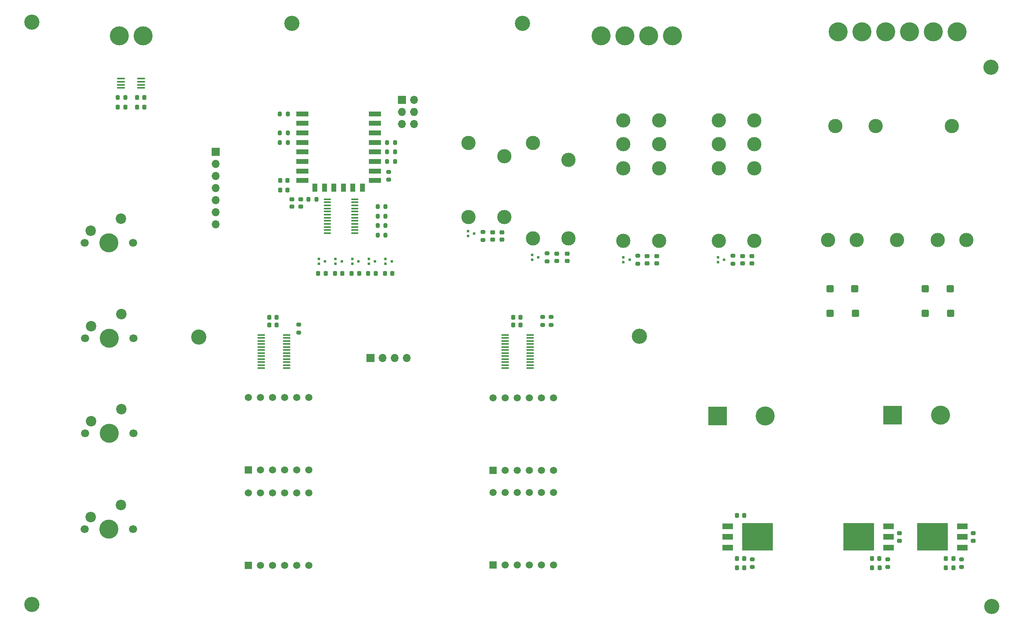
<source format=gbr>
%TF.GenerationSoftware,KiCad,Pcbnew,(6.0.9)*%
%TF.CreationDate,2022-12-30T23:11:11-05:00*%
%TF.ProjectId,reflow,7265666c-6f77-42e6-9b69-6361645f7063,rev?*%
%TF.SameCoordinates,Original*%
%TF.FileFunction,Soldermask,Top*%
%TF.FilePolarity,Negative*%
%FSLAX46Y46*%
G04 Gerber Fmt 4.6, Leading zero omitted, Abs format (unit mm)*
G04 Created by KiCad (PCBNEW (6.0.9)) date 2022-12-30 23:11:11*
%MOMM*%
%LPD*%
G01*
G04 APERTURE LIST*
G04 Aperture macros list*
%AMRoundRect*
0 Rectangle with rounded corners*
0 $1 Rounding radius*
0 $2 $3 $4 $5 $6 $7 $8 $9 X,Y pos of 4 corners*
0 Add a 4 corners polygon primitive as box body*
4,1,4,$2,$3,$4,$5,$6,$7,$8,$9,$2,$3,0*
0 Add four circle primitives for the rounded corners*
1,1,$1+$1,$2,$3*
1,1,$1+$1,$4,$5*
1,1,$1+$1,$6,$7*
1,1,$1+$1,$8,$9*
0 Add four rect primitives between the rounded corners*
20,1,$1+$1,$2,$3,$4,$5,0*
20,1,$1+$1,$4,$5,$6,$7,0*
20,1,$1+$1,$6,$7,$8,$9,0*
20,1,$1+$1,$8,$9,$2,$3,0*%
G04 Aperture macros list end*
%ADD10C,4.000000*%
%ADD11C,3.200000*%
%ADD12R,1.700000X1.700000*%
%ADD13O,1.700000X1.700000*%
%ADD14R,1.500000X1.500000*%
%ADD15C,1.500000*%
%ADD16RoundRect,0.218750X0.256250X-0.218750X0.256250X0.218750X-0.256250X0.218750X-0.256250X-0.218750X0*%
%ADD17R,1.600000X0.410000*%
%ADD18RoundRect,0.218750X0.218750X0.256250X-0.218750X0.256250X-0.218750X-0.256250X0.218750X-0.256250X0*%
%ADD19RoundRect,0.200000X0.200000X0.275000X-0.200000X0.275000X-0.200000X-0.275000X0.200000X-0.275000X0*%
%ADD20RoundRect,0.200000X-0.275000X0.200000X-0.275000X-0.200000X0.275000X-0.200000X0.275000X0.200000X0*%
%ADD21R,0.600000X0.500000*%
%ADD22RoundRect,0.200000X0.275000X-0.200000X0.275000X0.200000X-0.275000X0.200000X-0.275000X-0.200000X0*%
%ADD23RoundRect,0.225000X-0.250000X0.225000X-0.250000X-0.225000X0.250000X-0.225000X0.250000X0.225000X0*%
%ADD24R,2.200000X1.200000*%
%ADD25R,6.400000X5.800000*%
%ADD26C,3.000000*%
%ADD27R,4.000000X4.000000*%
%ADD28RoundRect,0.225000X-0.225000X-0.250000X0.225000X-0.250000X0.225000X0.250000X-0.225000X0.250000X0*%
%ADD29RoundRect,0.100000X-0.637500X-0.100000X0.637500X-0.100000X0.637500X0.100000X-0.637500X0.100000X0*%
%ADD30R,2.500000X1.000000*%
%ADD31R,1.000000X1.800000*%
%ADD32RoundRect,0.225000X0.225000X0.250000X-0.225000X0.250000X-0.225000X-0.250000X0.225000X-0.250000X0*%
%ADD33C,1.700000*%
%ADD34C,2.200000*%
%ADD35RoundRect,0.200000X-0.200000X-0.275000X0.200000X-0.275000X0.200000X0.275000X-0.200000X0.275000X0*%
%ADD36RoundRect,0.100000X-0.712500X-0.100000X0.712500X-0.100000X0.712500X0.100000X-0.712500X0.100000X0*%
%ADD37RoundRect,0.400000X0.400000X0.400000X-0.400000X0.400000X-0.400000X-0.400000X0.400000X-0.400000X0*%
G04 APERTURE END LIST*
D10*
%TO.C,J2*%
X211100000Y-28600000D03*
X216100000Y-28600000D03*
X221100000Y-28600000D03*
X226100000Y-28600000D03*
X231100000Y-28600000D03*
X236100000Y-28600000D03*
%TD*%
D11*
%TO.C,H8*%
X243200000Y-36000000D03*
%TD*%
%TO.C,H7*%
X76800000Y-92800000D03*
%TD*%
%TO.C,H6*%
X41800000Y-26600000D03*
%TD*%
%TO.C,H5*%
X96400000Y-26800000D03*
%TD*%
%TO.C,H4*%
X41800000Y-149000000D03*
%TD*%
%TO.C,H3*%
X243400000Y-149400000D03*
%TD*%
%TO.C,H2*%
X144800000Y-26800000D03*
%TD*%
%TO.C,~*%
X169400000Y-92600000D03*
%TD*%
D12*
%TO.C,J6*%
X80400000Y-53800000D03*
D13*
X80400000Y-56340000D03*
X80400000Y-58880000D03*
X80400000Y-61420000D03*
X80400000Y-63960000D03*
X80400000Y-66500000D03*
X80400000Y-69040000D03*
%TD*%
D14*
%TO.C,U9*%
X87200000Y-120742500D03*
D15*
X89740000Y-120742500D03*
X92280000Y-120742500D03*
X94820000Y-120742500D03*
X97360000Y-120742500D03*
X99900000Y-120742500D03*
X99900000Y-105502500D03*
X97360000Y-105502500D03*
X94820000Y-105502500D03*
X92280000Y-105502500D03*
X89740000Y-105502500D03*
X87200000Y-105502500D03*
%TD*%
D14*
%TO.C,U10*%
X87200000Y-140800000D03*
D15*
X89740000Y-140800000D03*
X92280000Y-140800000D03*
X94820000Y-140800000D03*
X97360000Y-140800000D03*
X99900000Y-140800000D03*
X99900000Y-125560000D03*
X97360000Y-125560000D03*
X94820000Y-125560000D03*
X92280000Y-125560000D03*
X89740000Y-125560000D03*
X87200000Y-125560000D03*
%TD*%
D16*
%TO.C,D7*%
X140500000Y-72287500D03*
X140500000Y-70712500D03*
%TD*%
D17*
%TO.C,U7*%
X89945700Y-92307500D03*
X89945700Y-92942500D03*
X89945700Y-93577500D03*
X89945700Y-94212500D03*
X89945700Y-94847500D03*
X89945700Y-95482500D03*
X89945700Y-96117500D03*
X89945700Y-96752500D03*
X89945700Y-97387500D03*
X89945700Y-98022500D03*
X89945700Y-98657500D03*
X89945700Y-99292500D03*
X95254300Y-99292500D03*
X95254300Y-98657500D03*
X95254300Y-98022500D03*
X95254300Y-97387500D03*
X95254300Y-96752500D03*
X95254300Y-96117500D03*
X95254300Y-95482500D03*
X95254300Y-94847500D03*
X95254300Y-94212500D03*
X95254300Y-93577500D03*
X95254300Y-92942500D03*
X95254300Y-92307500D03*
%TD*%
D18*
%TO.C,D18*%
X103487500Y-79350000D03*
X101912500Y-79350000D03*
%TD*%
D19*
%TO.C,R17*%
X116025000Y-65350000D03*
X114375000Y-65350000D03*
%TD*%
D10*
%TO.C,J3*%
X60100000Y-29400000D03*
X65100000Y-29400000D03*
%TD*%
D18*
%TO.C,D15*%
X113987500Y-79350000D03*
X112412500Y-79350000D03*
%TD*%
D20*
%TO.C,R23*%
X150800000Y-88575000D03*
X150800000Y-90225000D03*
%TD*%
D21*
%TO.C,Q3*%
X146850000Y-75500000D03*
X146850000Y-76500000D03*
X148150000Y-76000000D03*
%TD*%
D22*
%TO.C,R15*%
X221500000Y-141125000D03*
X221500000Y-139475000D03*
%TD*%
D21*
%TO.C,Q6*%
X105550000Y-76350000D03*
X105550000Y-77350000D03*
X106850000Y-76850000D03*
%TD*%
D19*
%TO.C,R9*%
X118025000Y-53850000D03*
X116375000Y-53850000D03*
%TD*%
%TO.C,R11*%
X118025000Y-55850000D03*
X116375000Y-55850000D03*
%TD*%
D22*
%TO.C,R3*%
X150000000Y-76825000D03*
X150000000Y-75175000D03*
%TD*%
%TO.C,R2*%
X169000000Y-77325000D03*
X169000000Y-75675000D03*
%TD*%
D17*
%TO.C,U8*%
X141145700Y-92307500D03*
X141145700Y-92942500D03*
X141145700Y-93577500D03*
X141145700Y-94212500D03*
X141145700Y-94847500D03*
X141145700Y-95482500D03*
X141145700Y-96117500D03*
X141145700Y-96752500D03*
X141145700Y-97387500D03*
X141145700Y-98022500D03*
X141145700Y-98657500D03*
X141145700Y-99292500D03*
X146454300Y-99292500D03*
X146454300Y-98657500D03*
X146454300Y-98022500D03*
X146454300Y-97387500D03*
X146454300Y-96752500D03*
X146454300Y-96117500D03*
X146454300Y-95482500D03*
X146454300Y-94847500D03*
X146454300Y-94212500D03*
X146454300Y-93577500D03*
X146454300Y-92942500D03*
X146454300Y-92307500D03*
%TD*%
D21*
%TO.C,Q2*%
X166000000Y-76000000D03*
X166000000Y-77000000D03*
X167300000Y-76500000D03*
%TD*%
D23*
%TO.C,C14*%
X96400000Y-63825000D03*
X96400000Y-65375000D03*
%TD*%
D16*
%TO.C,D2*%
X173000000Y-77287500D03*
X173000000Y-75712500D03*
%TD*%
D21*
%TO.C,Q5*%
X112550000Y-76350000D03*
X112550000Y-77350000D03*
X113850000Y-76850000D03*
%TD*%
D16*
%TO.C,D1*%
X193000000Y-77287500D03*
X193000000Y-75712500D03*
%TD*%
D20*
%TO.C,R21*%
X149000000Y-88575000D03*
X149000000Y-90225000D03*
%TD*%
D24*
%TO.C,U5*%
X221700000Y-137080000D03*
D25*
X215400000Y-134800000D03*
D24*
X221700000Y-134800000D03*
X221700000Y-132520000D03*
%TD*%
D26*
%TO.C,K2*%
X166000000Y-72500000D03*
X166000000Y-57250000D03*
X166000000Y-52250000D03*
X166000000Y-47250000D03*
X173500000Y-47250000D03*
X173500000Y-52250000D03*
X173500000Y-57250000D03*
X173500000Y-72500000D03*
%TD*%
D27*
%TO.C,C7*%
X222569501Y-109200000D03*
D10*
X232569501Y-109200000D03*
%TD*%
D28*
%TO.C,C8*%
X189825000Y-130300000D03*
X191375000Y-130300000D03*
%TD*%
D16*
%TO.C,D5*%
X171000000Y-77287500D03*
X171000000Y-75712500D03*
%TD*%
D19*
%TO.C,R16*%
X101525000Y-63850000D03*
X99875000Y-63850000D03*
%TD*%
D28*
%TO.C,C1*%
X93925000Y-59850000D03*
X95475000Y-59850000D03*
%TD*%
D18*
%TO.C,D12*%
X235287500Y-141300000D03*
X233712500Y-141300000D03*
%TD*%
D23*
%TO.C,C9*%
X239500000Y-134025000D03*
X239500000Y-135575000D03*
%TD*%
D29*
%TO.C,U6*%
X103837500Y-63775000D03*
X103837500Y-64425000D03*
X103837500Y-65075000D03*
X103837500Y-65725000D03*
X103837500Y-66375000D03*
X103837500Y-67025000D03*
X103837500Y-67675000D03*
X103837500Y-68325000D03*
X103837500Y-68975000D03*
X103837500Y-69625000D03*
X103837500Y-70275000D03*
X103837500Y-70925000D03*
X109562500Y-70925000D03*
X109562500Y-70275000D03*
X109562500Y-69625000D03*
X109562500Y-68975000D03*
X109562500Y-68325000D03*
X109562500Y-67675000D03*
X109562500Y-67025000D03*
X109562500Y-66375000D03*
X109562500Y-65725000D03*
X109562500Y-65075000D03*
X109562500Y-64425000D03*
X109562500Y-63775000D03*
%TD*%
D30*
%TO.C,U1*%
X98600000Y-45850000D03*
X98600000Y-47850000D03*
X98600000Y-49850000D03*
X98600000Y-51850000D03*
X98600000Y-53850000D03*
X98600000Y-55850000D03*
X98600000Y-57850000D03*
X98600000Y-59850000D03*
D31*
X101200000Y-61350000D03*
X103200000Y-61350000D03*
X105200000Y-61350000D03*
X107200000Y-61350000D03*
X109200000Y-61350000D03*
X111200000Y-61350000D03*
D30*
X113800000Y-59850000D03*
X113800000Y-57850000D03*
X113800000Y-55850000D03*
X113800000Y-53850000D03*
X113800000Y-51850000D03*
X113800000Y-49850000D03*
X113800000Y-47850000D03*
X113800000Y-45850000D03*
%TD*%
D23*
%TO.C,C10*%
X224000000Y-134025000D03*
X224000000Y-135575000D03*
%TD*%
D22*
%TO.C,R14*%
X237000000Y-141125000D03*
X237000000Y-139475000D03*
%TD*%
D24*
%TO.C,U3*%
X187900000Y-137080000D03*
X187900000Y-134800000D03*
D25*
X194200000Y-134800000D03*
D24*
X187900000Y-132520000D03*
%TD*%
D19*
%TO.C,R8*%
X95525000Y-51850000D03*
X93875000Y-51850000D03*
%TD*%
%TO.C,R12*%
X118025000Y-51850000D03*
X116375000Y-51850000D03*
%TD*%
D21*
%TO.C,Q9*%
X102050000Y-76350000D03*
X102050000Y-77350000D03*
X103350000Y-76850000D03*
%TD*%
D32*
%TO.C,C18*%
X93175000Y-88600000D03*
X91625000Y-88600000D03*
%TD*%
D33*
%TO.C,SW1*%
X63080000Y-93000000D03*
X52920000Y-93000000D03*
D10*
X58000000Y-93000000D03*
D34*
X60540000Y-87920000D03*
X54190000Y-90460000D03*
%TD*%
D18*
%TO.C,D11*%
X189812500Y-141300000D03*
X191387500Y-141300000D03*
%TD*%
D26*
%TO.C,K4*%
X141000000Y-54750000D03*
X141000000Y-67500000D03*
X133500000Y-67500000D03*
X133500000Y-52000000D03*
%TD*%
D20*
%TO.C,R10*%
X116700000Y-58025000D03*
X116700000Y-59675000D03*
%TD*%
D12*
%TO.C,J1*%
X112860000Y-97200000D03*
D13*
X115400000Y-97200000D03*
X117940000Y-97200000D03*
X120480000Y-97200000D03*
%TD*%
D18*
%TO.C,D14*%
X110487500Y-79350000D03*
X108912500Y-79350000D03*
%TD*%
D26*
%TO.C,K3*%
X147000000Y-52000000D03*
X154500000Y-72000000D03*
X147000000Y-72000000D03*
X154500000Y-55500000D03*
%TD*%
D28*
%TO.C,C3*%
X59825000Y-44400000D03*
X61375000Y-44400000D03*
%TD*%
D33*
%TO.C,SW2*%
X52920000Y-113000000D03*
X63080000Y-113000000D03*
D10*
X58000000Y-113000000D03*
D34*
X60540000Y-107920000D03*
X54190000Y-110460000D03*
%TD*%
D22*
%TO.C,R4*%
X136500000Y-72325000D03*
X136500000Y-70675000D03*
%TD*%
D12*
%TO.C,J5*%
X119525000Y-42875000D03*
D13*
X122065000Y-42875000D03*
X119525000Y-45415000D03*
X122065000Y-45415000D03*
X119525000Y-47955000D03*
X122065000Y-47955000D03*
%TD*%
D14*
%TO.C,U12*%
X138600000Y-140700000D03*
D15*
X141140000Y-140700000D03*
X143680000Y-140700000D03*
X146220000Y-140700000D03*
X148760000Y-140700000D03*
X151300000Y-140700000D03*
X151300000Y-125460000D03*
X148760000Y-125460000D03*
X146220000Y-125460000D03*
X143680000Y-125460000D03*
X141140000Y-125460000D03*
X138600000Y-125460000D03*
%TD*%
D28*
%TO.C,C2*%
X93925000Y-61850000D03*
X95475000Y-61850000D03*
%TD*%
D16*
%TO.C,D3*%
X154200000Y-76787500D03*
X154200000Y-75212500D03*
%TD*%
D28*
%TO.C,C12*%
X233725000Y-139300000D03*
X235275000Y-139300000D03*
%TD*%
D26*
%TO.C,K1*%
X186000000Y-72500000D03*
X186000000Y-57250000D03*
X186000000Y-52250000D03*
X186000000Y-47250000D03*
X193500000Y-47250000D03*
X193500000Y-52250000D03*
X193500000Y-57250000D03*
X193500000Y-72500000D03*
%TD*%
D18*
%TO.C,D13*%
X219787500Y-141300000D03*
X218212500Y-141300000D03*
%TD*%
D24*
%TO.C,U4*%
X237200000Y-137080000D03*
X237200000Y-134800000D03*
D25*
X230900000Y-134800000D03*
D24*
X237200000Y-132520000D03*
%TD*%
D35*
%TO.C,R5*%
X93875000Y-49850000D03*
X95525000Y-49850000D03*
%TD*%
D27*
%TO.C,C6*%
X185769501Y-109400000D03*
D10*
X195769501Y-109400000D03*
%TD*%
D21*
%TO.C,Q8*%
X116050000Y-76350000D03*
X116050000Y-77350000D03*
X117350000Y-76850000D03*
%TD*%
D36*
%TO.C,U2*%
X60487500Y-38425000D03*
X60487500Y-39075000D03*
X60487500Y-39725000D03*
X60487500Y-40375000D03*
X64712500Y-40375000D03*
X64712500Y-39725000D03*
X64712500Y-39075000D03*
X64712500Y-38425000D03*
%TD*%
D19*
%TO.C,R19*%
X116025000Y-69350000D03*
X114375000Y-69350000D03*
%TD*%
D10*
%TO.C,SW4*%
X57940000Y-72920000D03*
D33*
X63020000Y-72920000D03*
X52860000Y-72920000D03*
D34*
X60480000Y-67840000D03*
X54130000Y-70380000D03*
%TD*%
D18*
%TO.C,D16*%
X117487500Y-79350000D03*
X115912500Y-79350000D03*
%TD*%
D32*
%TO.C,C16*%
X93175000Y-90200000D03*
X91625000Y-90200000D03*
%TD*%
D21*
%TO.C,Q4*%
X133350000Y-70500000D03*
X133350000Y-71500000D03*
X134650000Y-71000000D03*
%TD*%
D22*
%TO.C,R13*%
X193100000Y-139475000D03*
X193100000Y-141125000D03*
%TD*%
D28*
%TO.C,C13*%
X218225000Y-139300000D03*
X219775000Y-139300000D03*
%TD*%
%TO.C,C11*%
X191375000Y-139300000D03*
X189825000Y-139300000D03*
%TD*%
D21*
%TO.C,Q7*%
X109050000Y-76350000D03*
X109050000Y-77350000D03*
X110350000Y-76850000D03*
%TD*%
D14*
%TO.C,U11*%
X138600000Y-120800000D03*
D15*
X141140000Y-120800000D03*
X143680000Y-120800000D03*
X146220000Y-120800000D03*
X148760000Y-120800000D03*
X151300000Y-120800000D03*
X151300000Y-105560000D03*
X148760000Y-105560000D03*
X146220000Y-105560000D03*
X143680000Y-105560000D03*
X141140000Y-105560000D03*
X138600000Y-105560000D03*
%TD*%
D19*
%TO.C,R18*%
X116025000Y-67350000D03*
X114375000Y-67350000D03*
%TD*%
D28*
%TO.C,C5*%
X63825000Y-44400000D03*
X65375000Y-44400000D03*
%TD*%
D35*
%TO.C,R6*%
X93875000Y-45850000D03*
X95525000Y-45850000D03*
%TD*%
D20*
%TO.C,R22*%
X97800000Y-90175000D03*
X97800000Y-91825000D03*
%TD*%
D32*
%TO.C,C19*%
X144375000Y-88600000D03*
X142825000Y-88600000D03*
%TD*%
D26*
%TO.C,TRE1*%
X219000000Y-48400000D03*
X235000000Y-48400000D03*
X210500000Y-48400000D03*
X209000000Y-72400000D03*
X215000000Y-72400000D03*
X223500000Y-72400000D03*
X232000000Y-72400000D03*
X238000000Y-72400000D03*
%TD*%
D37*
%TO.C,D10*%
X229400000Y-87800000D03*
X234700000Y-87800000D03*
X229400000Y-82600000D03*
X234600000Y-82600000D03*
%TD*%
D28*
%TO.C,C4*%
X63825000Y-42400000D03*
X65375000Y-42400000D03*
%TD*%
D16*
%TO.C,D4*%
X191000000Y-77287500D03*
X191000000Y-75712500D03*
%TD*%
D35*
%TO.C,R7*%
X59775000Y-42400000D03*
X61425000Y-42400000D03*
%TD*%
D37*
%TO.C,D9*%
X209400000Y-87800000D03*
X214700000Y-87800000D03*
X209400000Y-82600000D03*
X214600000Y-82600000D03*
%TD*%
D23*
%TO.C,C15*%
X98200000Y-63825000D03*
X98200000Y-65375000D03*
%TD*%
D16*
%TO.C,D8*%
X138500000Y-72287500D03*
X138500000Y-70712500D03*
%TD*%
D22*
%TO.C,R1*%
X189000000Y-77325000D03*
X189000000Y-75675000D03*
%TD*%
D35*
%TO.C,R20*%
X114375000Y-71350000D03*
X116025000Y-71350000D03*
%TD*%
D16*
%TO.C,D6*%
X152000000Y-76787500D03*
X152000000Y-75212500D03*
%TD*%
D21*
%TO.C,Q1*%
X185850000Y-76000000D03*
X185850000Y-77000000D03*
X187150000Y-76500000D03*
%TD*%
D18*
%TO.C,D17*%
X106987500Y-79350000D03*
X105412500Y-79350000D03*
%TD*%
D33*
%TO.C,SW3*%
X52860000Y-133120000D03*
D10*
X57940000Y-133120000D03*
D33*
X63020000Y-133120000D03*
D34*
X60480000Y-128040000D03*
X54130000Y-130580000D03*
%TD*%
D10*
%TO.C,J4*%
X161300000Y-29400000D03*
X166300000Y-29400000D03*
X171300000Y-29400000D03*
X176300000Y-29400000D03*
%TD*%
D32*
%TO.C,C17*%
X144375000Y-90200000D03*
X142825000Y-90200000D03*
%TD*%
M02*

</source>
